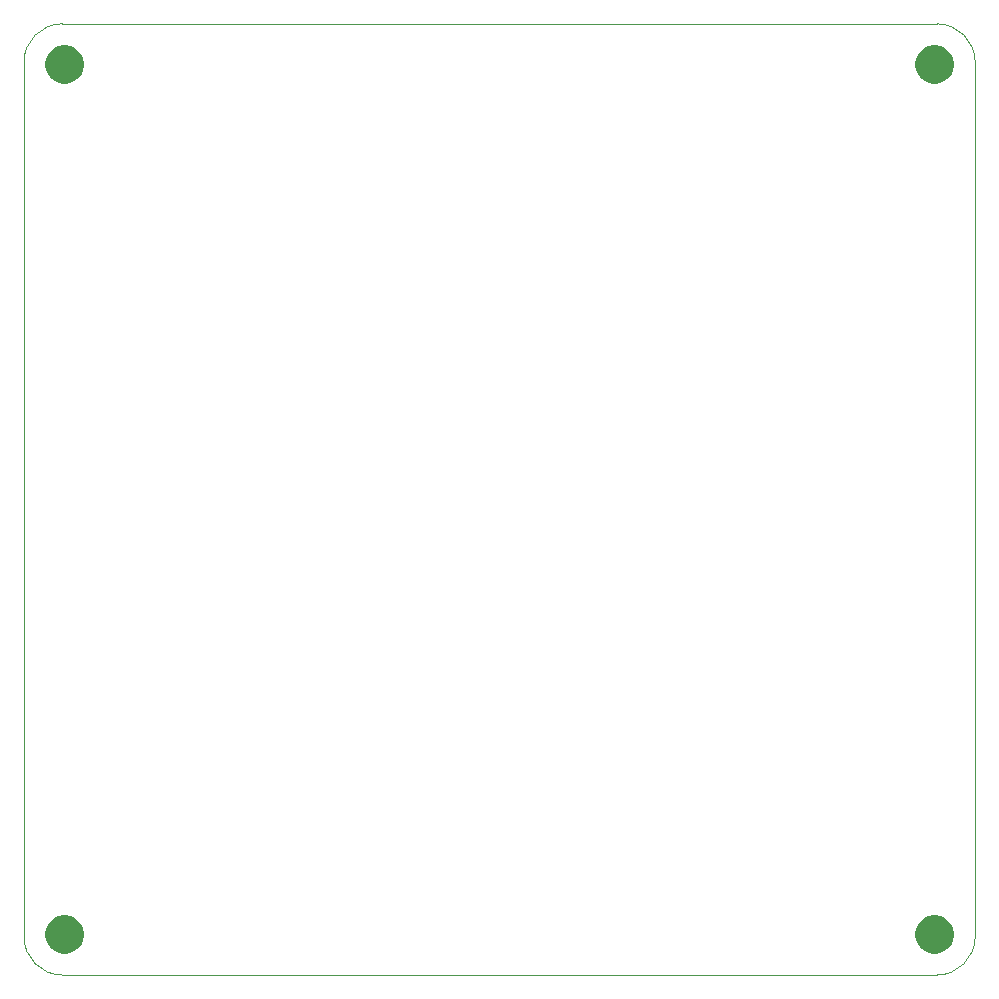
<source format=gbr>
%TF.GenerationSoftware,Altium Limited,Altium Designer,24.5.2 (23)*%
G04 Layer_Color=0*
%FSLAX45Y45*%
%MOMM*%
%TF.SameCoordinates,2470441B-8579-4349-B98B-18B4F8D42BC9*%
%TF.FilePolarity,Positive*%
%TF.FileFunction,Profile,NP*%
%TF.Part,Single*%
G01*
G75*
%TA.AperFunction,Profile*%
%ADD83C,0.02540*%
G36*
X7547500Y344000D02*
Y327995D01*
X7553745Y296600D01*
X7565994Y267027D01*
X7583778Y240412D01*
X7606412Y217778D01*
X7633027Y199994D01*
X7662600Y187745D01*
X7693995Y181500D01*
X7710000D01*
X7726005D01*
X7757400Y187745D01*
X7786972Y199994D01*
X7813588Y217778D01*
X7836222Y240412D01*
X7854006Y267027D01*
X7866255Y296600D01*
X7872500Y327995D01*
Y344000D01*
Y360005D01*
X7866255Y391400D01*
X7854006Y420972D01*
X7836222Y447588D01*
X7813588Y470222D01*
X7786972Y488006D01*
X7757400Y500255D01*
X7726005Y506500D01*
X7710000D01*
X7693995D01*
X7662600Y500255D01*
X7633027Y488006D01*
X7606412Y470222D01*
X7583778Y447588D01*
X7565994Y420972D01*
X7553745Y391400D01*
X7547500Y360005D01*
Y344000D01*
D01*
D02*
G37*
G36*
X7710000Y7547500D02*
X7693995D01*
X7662600Y7553745D01*
X7633027Y7565994D01*
X7606412Y7583778D01*
X7583778Y7606412D01*
X7565994Y7633027D01*
X7553745Y7662600D01*
X7547500Y7693995D01*
Y7710000D01*
Y7726005D01*
X7553745Y7757400D01*
X7565994Y7786972D01*
X7583778Y7813588D01*
X7606412Y7836222D01*
X7633027Y7854006D01*
X7662600Y7866255D01*
X7693995Y7872500D01*
X7710000D01*
X7726005D01*
X7757400Y7866255D01*
X7786972Y7854006D01*
X7813588Y7836222D01*
X7836222Y7813588D01*
X7854006Y7786972D01*
X7866255Y7757400D01*
X7872500Y7726005D01*
Y7710000D01*
Y7693995D01*
X7866255Y7662600D01*
X7854006Y7633027D01*
X7836222Y7606412D01*
X7813588Y7583778D01*
X7786972Y7565994D01*
X7757400Y7553745D01*
X7726005Y7547500D01*
X7710000D01*
D01*
D02*
G37*
G36*
X344000D02*
X327995D01*
X296600Y7553745D01*
X267027Y7565994D01*
X240412Y7583778D01*
X217778Y7606412D01*
X199994Y7633027D01*
X187745Y7662600D01*
X181500Y7693995D01*
Y7710000D01*
Y7726005D01*
X187745Y7757400D01*
X199994Y7786972D01*
X217778Y7813588D01*
X240412Y7836222D01*
X267027Y7854006D01*
X296600Y7866255D01*
X327995Y7872500D01*
X344000D01*
X360005D01*
X391400Y7866255D01*
X420972Y7854006D01*
X447588Y7836222D01*
X470222Y7813588D01*
X488006Y7786972D01*
X500255Y7757400D01*
X506500Y7726005D01*
Y7710000D01*
Y7693995D01*
X500255Y7662600D01*
X488006Y7633027D01*
X470222Y7606412D01*
X447588Y7583778D01*
X420972Y7565994D01*
X391400Y7553745D01*
X360005Y7547500D01*
X344000D01*
D01*
D02*
G37*
G36*
Y181500D02*
X327995D01*
X296600Y187745D01*
X267027Y199994D01*
X240412Y217778D01*
X217778Y240412D01*
X199994Y267027D01*
X187745Y296600D01*
X181500Y327995D01*
Y344000D01*
Y360005D01*
X187745Y391400D01*
X199994Y420972D01*
X217778Y447588D01*
X240412Y470222D01*
X267027Y488006D01*
X296600Y500255D01*
X327995Y506500D01*
X344000D01*
X360005D01*
X391400Y500255D01*
X420972Y488006D01*
X447588Y470222D01*
X470222Y447588D01*
X488006Y420972D01*
X500255Y391400D01*
X506500Y360005D01*
Y344000D01*
Y327995D01*
X500255Y296600D01*
X488006Y267027D01*
X470222Y240412D01*
X447588Y217778D01*
X420972Y199994D01*
X391400Y187745D01*
X360005Y181500D01*
X344000D01*
D01*
D02*
G37*
D83*
X0Y325000D02*
Y7729000D01*
D02*
G02*
X325000Y8054000I325000J0D01*
G01*
X7729000Y8054000D01*
D02*
G02*
X8054000Y7729000I0J-325000D01*
G01*
X8054000Y325000D01*
D02*
G02*
X7729000Y0I-325000J0D01*
G01*
X325000D01*
D02*
G02*
X0Y325000I0J325000D01*
G01*
%TF.MD5,033e745c8f5a6409b1398d0844ee8131*%
M02*

</source>
